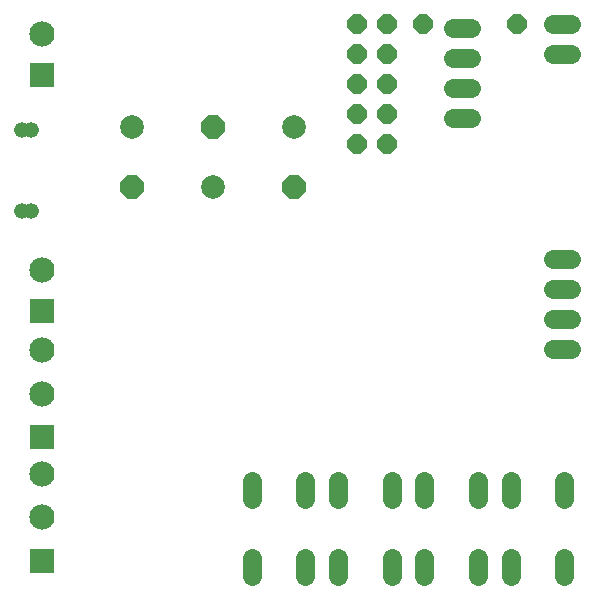
<source format=gbs>
G04 EAGLE Gerber RS-274X export*
G75*
%MOMM*%
%FSLAX34Y34*%
%LPD*%
%INBottom Soldermask*%
%IPPOS*%
%AMOC8*
5,1,8,0,0,1.08239X$1,22.5*%
G01*
%ADD10C,1.329600*%
%ADD11C,1.625600*%
%ADD12R,2.133600X2.133600*%
%ADD13C,2.133600*%
%ADD14C,2.006600*%
%ADD15P,2.171924X8X292.500000*%
%ADD16P,1.759533X8X22.500000*%
%ADD17P,2.171924X8X112.500000*%
%ADD18P,1.759533X8X292.500000*%


D10*
X27100Y321600D03*
X27100Y389600D03*
X19300Y389600D03*
X19300Y321600D03*
D11*
X468630Y204788D02*
X483870Y204788D01*
X483870Y230188D02*
X468630Y230188D01*
X468630Y255588D02*
X483870Y255588D01*
X483870Y280988D02*
X468630Y280988D01*
X468630Y453988D02*
X483870Y453988D01*
X483870Y479388D02*
X468630Y479388D01*
X399733Y476250D02*
X384493Y476250D01*
X384493Y450850D02*
X399733Y450850D01*
X399733Y425450D02*
X384493Y425450D01*
X384493Y400050D02*
X399733Y400050D01*
D12*
X36513Y25210D03*
D13*
X36513Y61988D03*
X36513Y98766D03*
D12*
X36513Y129985D03*
D13*
X36513Y166763D03*
X36513Y203541D03*
D12*
X36513Y436563D03*
D13*
X36513Y471563D03*
D14*
X112713Y392113D03*
D15*
X112713Y341313D03*
D12*
X36513Y236538D03*
D13*
X36513Y271538D03*
D16*
X358775Y479425D03*
X438150Y479425D03*
D14*
X249238Y392650D03*
D15*
X249238Y341850D03*
D11*
X213932Y27496D02*
X213932Y12256D01*
X259144Y12256D02*
X259144Y27496D01*
X213932Y77280D02*
X213932Y92520D01*
X259144Y92520D02*
X259144Y77280D01*
X286957Y27496D02*
X286957Y12256D01*
X332169Y12256D02*
X332169Y27496D01*
X286957Y77280D02*
X286957Y92520D01*
X332169Y92520D02*
X332169Y77280D01*
X359982Y27496D02*
X359982Y12256D01*
X405194Y12256D02*
X405194Y27496D01*
X359982Y77280D02*
X359982Y92520D01*
X405194Y92520D02*
X405194Y77280D01*
X433007Y27496D02*
X433007Y12256D01*
X478219Y12256D02*
X478219Y27496D01*
X433007Y77280D02*
X433007Y92520D01*
X478219Y92520D02*
X478219Y77280D01*
D14*
X180975Y341313D03*
D17*
X180975Y392113D03*
D18*
X303213Y479425D03*
X328613Y479425D03*
X303213Y454025D03*
X328613Y454025D03*
X303213Y428625D03*
X328613Y428625D03*
X303213Y403225D03*
X328613Y403225D03*
X303213Y377825D03*
X328613Y377825D03*
M02*

</source>
